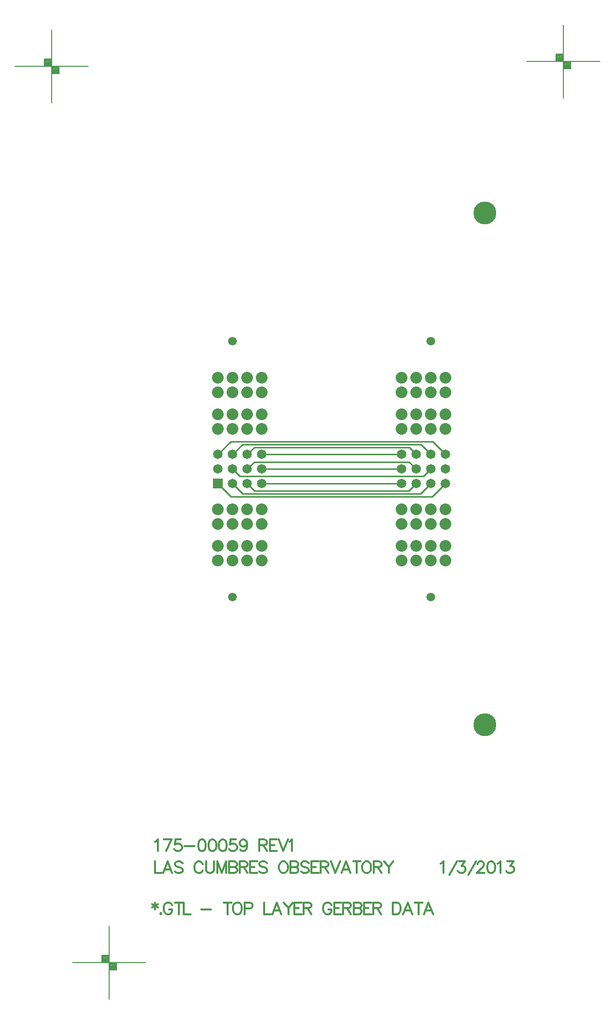
<source format=gtl>
%FSLAX23Y23*%
%MOIN*%
G70*
G01*
G75*
G04 Layer_Physical_Order=1*
G04 Layer_Color=255*
%ADD10C,0.010*%
%ADD11C,0.012*%
%ADD12C,0.008*%
%ADD13C,0.012*%
%ADD14C,0.012*%
%ADD15C,0.080*%
%ADD16C,0.065*%
%ADD17C,0.059*%
%ADD18R,0.065X0.065*%
%ADD19C,0.157*%
D10*
X17512Y9856D02*
X17599Y9769D01*
X16132Y9856D02*
X17512D01*
X16044Y9769D02*
X16132Y9856D01*
X17432Y9836D02*
X17499Y9769D01*
X16212Y9836D02*
X17432D01*
X16144Y9769D02*
X16212Y9836D01*
X17352Y9816D02*
X17399Y9769D01*
X16292Y9816D02*
X17352D01*
X16244Y9769D02*
X16292Y9816D01*
X16344Y9769D02*
X17299D01*
X17450Y9619D02*
X17499Y9669D01*
X16194Y9619D02*
X17450D01*
X16144Y9669D02*
X16194Y9619D01*
X17351Y9717D02*
X17399Y9669D01*
X16293Y9717D02*
X17351D01*
X16244Y9669D02*
X16293Y9717D01*
X16344Y9669D02*
X17299D01*
X17511Y9481D02*
X17599Y9569D01*
X16132Y9481D02*
X17511D01*
X16044Y9569D02*
X16132Y9481D01*
X17431Y9501D02*
X17499Y9569D01*
X16212Y9501D02*
X17431D01*
X16144Y9569D02*
X16212Y9501D01*
X17351Y9521D02*
X17399Y9569D01*
X16292Y9521D02*
X17351D01*
X16244Y9569D02*
X16292Y9521D01*
X16344Y9569D02*
X17299D01*
D11*
X15612Y6704D02*
Y6658D01*
X15593Y6693D02*
X15632Y6670D01*
Y6693D02*
X15593Y6670D01*
X15652Y6632D02*
X15648Y6628D01*
X15652Y6624D01*
X15656Y6628D01*
X15652Y6632D01*
X15730Y6685D02*
X15726Y6693D01*
X15719Y6700D01*
X15711Y6704D01*
X15696D01*
X15688Y6700D01*
X15681Y6693D01*
X15677Y6685D01*
X15673Y6674D01*
Y6655D01*
X15677Y6643D01*
X15681Y6636D01*
X15688Y6628D01*
X15696Y6624D01*
X15711D01*
X15719Y6628D01*
X15726Y6636D01*
X15730Y6643D01*
Y6655D01*
X15711D02*
X15730D01*
X15775Y6704D02*
Y6624D01*
X15748Y6704D02*
X15802D01*
X15811D02*
Y6624D01*
X15857D01*
X15929Y6658D02*
X15997D01*
X16110Y6704D02*
Y6624D01*
X16084Y6704D02*
X16137D01*
X16169D02*
X16162Y6700D01*
X16154Y6693D01*
X16150Y6685D01*
X16146Y6674D01*
Y6655D01*
X16150Y6643D01*
X16154Y6636D01*
X16162Y6628D01*
X16169Y6624D01*
X16185D01*
X16192Y6628D01*
X16200Y6636D01*
X16204Y6643D01*
X16207Y6655D01*
Y6674D01*
X16204Y6685D01*
X16200Y6693D01*
X16192Y6700D01*
X16185Y6704D01*
X16169D01*
X16226Y6662D02*
X16260D01*
X16272Y6666D01*
X16276Y6670D01*
X16279Y6678D01*
Y6689D01*
X16276Y6697D01*
X16272Y6700D01*
X16260Y6704D01*
X16226D01*
Y6624D01*
X16360Y6704D02*
Y6624D01*
X16406D01*
X16476D02*
X16445Y6704D01*
X16415Y6624D01*
X16426Y6651D02*
X16464D01*
X16494Y6704D02*
X16525Y6666D01*
Y6624D01*
X16555Y6704D02*
X16525Y6666D01*
X16615Y6704D02*
X16565D01*
Y6624D01*
X16615D01*
X16565Y6666D02*
X16596D01*
X16628Y6704D02*
Y6624D01*
Y6704D02*
X16663D01*
X16674Y6700D01*
X16678Y6697D01*
X16682Y6689D01*
Y6681D01*
X16678Y6674D01*
X16674Y6670D01*
X16663Y6666D01*
X16628D01*
X16655D02*
X16682Y6624D01*
X16819Y6685D02*
X16816Y6693D01*
X16808Y6700D01*
X16800Y6704D01*
X16785D01*
X16778Y6700D01*
X16770Y6693D01*
X16766Y6685D01*
X16762Y6674D01*
Y6655D01*
X16766Y6643D01*
X16770Y6636D01*
X16778Y6628D01*
X16785Y6624D01*
X16800D01*
X16808Y6628D01*
X16816Y6636D01*
X16819Y6643D01*
Y6655D01*
X16800D02*
X16819D01*
X16887Y6704D02*
X16838D01*
Y6624D01*
X16887D01*
X16838Y6666D02*
X16868D01*
X16901Y6704D02*
Y6624D01*
Y6704D02*
X16935D01*
X16946Y6700D01*
X16950Y6697D01*
X16954Y6689D01*
Y6681D01*
X16950Y6674D01*
X16946Y6670D01*
X16935Y6666D01*
X16901D01*
X16927D02*
X16954Y6624D01*
X16972Y6704D02*
Y6624D01*
Y6704D02*
X17006D01*
X17018Y6700D01*
X17021Y6697D01*
X17025Y6689D01*
Y6681D01*
X17021Y6674D01*
X17018Y6670D01*
X17006Y6666D01*
X16972D02*
X17006D01*
X17018Y6662D01*
X17021Y6658D01*
X17025Y6651D01*
Y6639D01*
X17021Y6632D01*
X17018Y6628D01*
X17006Y6624D01*
X16972D01*
X17093Y6704D02*
X17043D01*
Y6624D01*
X17093D01*
X17043Y6666D02*
X17073D01*
X17106Y6704D02*
Y6624D01*
Y6704D02*
X17140D01*
X17152Y6700D01*
X17155Y6697D01*
X17159Y6689D01*
Y6681D01*
X17155Y6674D01*
X17152Y6670D01*
X17140Y6666D01*
X17106D01*
X17133D02*
X17159Y6624D01*
X17240Y6704D02*
Y6624D01*
Y6704D02*
X17267D01*
X17278Y6700D01*
X17286Y6693D01*
X17289Y6685D01*
X17293Y6674D01*
Y6655D01*
X17289Y6643D01*
X17286Y6636D01*
X17278Y6628D01*
X17267Y6624D01*
X17240D01*
X17372D02*
X17342Y6704D01*
X17311Y6624D01*
X17323Y6651D02*
X17361D01*
X17417Y6704D02*
Y6624D01*
X17391Y6704D02*
X17444D01*
X17515Y6624D02*
X17484Y6704D01*
X17454Y6624D01*
X17465Y6651D02*
X17503D01*
D12*
X15050Y6294D02*
X15550D01*
X15300Y6044D02*
Y6544D01*
X15250Y6294D02*
Y6344D01*
X15300D01*
X15350Y6244D02*
Y6294D01*
X15300Y6244D02*
X15350D01*
X15305Y6289D02*
X15345D01*
Y6249D02*
Y6289D01*
X15305Y6249D02*
X15345D01*
X15305D02*
Y6289D01*
X15310Y6284D02*
X15340D01*
Y6254D02*
Y6284D01*
X15310Y6254D02*
X15340D01*
X15310D02*
Y6279D01*
X15315D02*
X15335D01*
Y6259D02*
Y6279D01*
X15315Y6259D02*
X15335D01*
X15315D02*
Y6274D01*
X15320D02*
X15330D01*
Y6264D02*
Y6274D01*
X15320Y6264D02*
X15330D01*
X15320D02*
Y6274D01*
Y6269D02*
X15330D01*
X15255Y6339D02*
X15295D01*
Y6299D02*
Y6339D01*
X15255Y6299D02*
X15295D01*
X15255D02*
Y6339D01*
X15260Y6334D02*
X15290D01*
Y6304D02*
Y6334D01*
X15260Y6304D02*
X15290D01*
X15260D02*
Y6329D01*
X15265D02*
X15285D01*
Y6309D02*
Y6329D01*
X15265Y6309D02*
X15285D01*
X15265D02*
Y6324D01*
X15270D02*
X15280D01*
Y6314D02*
Y6324D01*
X15270Y6314D02*
X15280D01*
X15270D02*
Y6324D01*
Y6319D02*
X15280D01*
X14657Y12424D02*
X15157D01*
X14907Y12174D02*
Y12674D01*
X14857Y12424D02*
Y12474D01*
X14907D01*
X14957Y12374D02*
Y12424D01*
X14907Y12374D02*
X14957D01*
X14912Y12419D02*
X14952D01*
Y12379D02*
Y12419D01*
X14912Y12379D02*
X14952D01*
X14912D02*
Y12419D01*
X14917Y12414D02*
X14947D01*
Y12384D02*
Y12414D01*
X14917Y12384D02*
X14947D01*
X14917D02*
Y12409D01*
X14922D02*
X14942D01*
Y12389D02*
Y12409D01*
X14922Y12389D02*
X14942D01*
X14922D02*
Y12404D01*
X14927D02*
X14937D01*
Y12394D02*
Y12404D01*
X14927Y12394D02*
X14937D01*
X14927D02*
Y12404D01*
Y12399D02*
X14937D01*
X14862Y12469D02*
X14902D01*
Y12429D02*
Y12469D01*
X14862Y12429D02*
X14902D01*
X14862D02*
Y12469D01*
X14867Y12464D02*
X14897D01*
Y12434D02*
Y12464D01*
X14867Y12434D02*
X14897D01*
X14867D02*
Y12459D01*
X14872D02*
X14892D01*
Y12439D02*
Y12459D01*
X14872Y12439D02*
X14892D01*
X14872D02*
Y12454D01*
X14877D02*
X14887D01*
Y12444D02*
Y12454D01*
X14877Y12444D02*
X14887D01*
X14877D02*
Y12454D01*
Y12449D02*
X14887D01*
X18157Y12458D02*
X18657D01*
X18407Y12208D02*
Y12708D01*
X18357Y12458D02*
Y12508D01*
X18407D01*
X18457Y12408D02*
Y12458D01*
X18407Y12408D02*
X18457D01*
X18412Y12453D02*
X18452D01*
Y12413D02*
Y12453D01*
X18412Y12413D02*
X18452D01*
X18412D02*
Y12453D01*
X18417Y12448D02*
X18447D01*
Y12418D02*
Y12448D01*
X18417Y12418D02*
X18447D01*
X18417D02*
Y12443D01*
X18422D02*
X18442D01*
Y12423D02*
Y12443D01*
X18422Y12423D02*
X18442D01*
X18422D02*
Y12438D01*
X18427D02*
X18437D01*
Y12428D02*
Y12438D01*
X18427Y12428D02*
X18437D01*
X18427D02*
Y12438D01*
Y12433D02*
X18437D01*
X18362Y12503D02*
X18402D01*
Y12463D02*
Y12503D01*
X18362Y12463D02*
X18402D01*
X18362D02*
Y12503D01*
X18367Y12498D02*
X18397D01*
Y12468D02*
Y12498D01*
X18367Y12468D02*
X18397D01*
X18367D02*
Y12493D01*
X18372D02*
X18392D01*
Y12473D02*
Y12493D01*
X18372Y12473D02*
X18392D01*
X18372D02*
Y12488D01*
X18377D02*
X18387D01*
Y12478D02*
Y12488D01*
X18377Y12478D02*
X18387D01*
X18377D02*
Y12488D01*
Y12483D02*
X18387D01*
D13*
X15614Y7120D02*
X15622Y7123D01*
X15634Y7135D01*
Y7055D01*
X15726Y7135D02*
X15688Y7055D01*
X15673Y7135D02*
X15726D01*
X15790D02*
X15752D01*
X15748Y7101D01*
X15752Y7104D01*
X15763Y7108D01*
X15775D01*
X15786Y7104D01*
X15794Y7097D01*
X15798Y7085D01*
Y7078D01*
X15794Y7066D01*
X15786Y7059D01*
X15775Y7055D01*
X15763D01*
X15752Y7059D01*
X15748Y7062D01*
X15744Y7070D01*
X15816Y7089D02*
X15884D01*
X15931Y7135D02*
X15919Y7131D01*
X15912Y7120D01*
X15908Y7101D01*
Y7089D01*
X15912Y7070D01*
X15919Y7059D01*
X15931Y7055D01*
X15938D01*
X15950Y7059D01*
X15957Y7070D01*
X15961Y7089D01*
Y7101D01*
X15957Y7120D01*
X15950Y7131D01*
X15938Y7135D01*
X15931D01*
X16002D02*
X15990Y7131D01*
X15983Y7120D01*
X15979Y7101D01*
Y7089D01*
X15983Y7070D01*
X15990Y7059D01*
X16002Y7055D01*
X16009D01*
X16021Y7059D01*
X16028Y7070D01*
X16032Y7089D01*
Y7101D01*
X16028Y7120D01*
X16021Y7131D01*
X16009Y7135D01*
X16002D01*
X16073D02*
X16062Y7131D01*
X16054Y7120D01*
X16050Y7101D01*
Y7089D01*
X16054Y7070D01*
X16062Y7059D01*
X16073Y7055D01*
X16081D01*
X16092Y7059D01*
X16100Y7070D01*
X16103Y7089D01*
Y7101D01*
X16100Y7120D01*
X16092Y7131D01*
X16081Y7135D01*
X16073D01*
X16167D02*
X16129D01*
X16125Y7101D01*
X16129Y7104D01*
X16140Y7108D01*
X16152D01*
X16163Y7104D01*
X16171Y7097D01*
X16175Y7085D01*
Y7078D01*
X16171Y7066D01*
X16163Y7059D01*
X16152Y7055D01*
X16140D01*
X16129Y7059D01*
X16125Y7062D01*
X16121Y7070D01*
X16242Y7108D02*
X16238Y7097D01*
X16231Y7089D01*
X16219Y7085D01*
X16215D01*
X16204Y7089D01*
X16196Y7097D01*
X16193Y7108D01*
Y7112D01*
X16196Y7123D01*
X16204Y7131D01*
X16215Y7135D01*
X16219D01*
X16231Y7131D01*
X16238Y7123D01*
X16242Y7108D01*
Y7089D01*
X16238Y7070D01*
X16231Y7059D01*
X16219Y7055D01*
X16212D01*
X16200Y7059D01*
X16196Y7066D01*
X16327Y7135D02*
Y7055D01*
Y7135D02*
X16361D01*
X16372Y7131D01*
X16376Y7127D01*
X16380Y7120D01*
Y7112D01*
X16376Y7104D01*
X16372Y7101D01*
X16361Y7097D01*
X16327D01*
X16353D02*
X16380Y7055D01*
X16447Y7135D02*
X16398D01*
Y7055D01*
X16447D01*
X16398Y7097D02*
X16428D01*
X16461Y7135D02*
X16491Y7055D01*
X16522Y7135D02*
X16491Y7055D01*
X16532Y7120D02*
X16540Y7123D01*
X16551Y7135D01*
Y7055D01*
D14*
X15614Y6985D02*
Y6905D01*
X15660D01*
X15730D02*
X15699Y6985D01*
X15669Y6905D01*
X15680Y6931D02*
X15718D01*
X15802Y6973D02*
X15794Y6981D01*
X15783Y6985D01*
X15768D01*
X15756Y6981D01*
X15749Y6973D01*
Y6966D01*
X15752Y6958D01*
X15756Y6954D01*
X15764Y6950D01*
X15787Y6943D01*
X15794Y6939D01*
X15798Y6935D01*
X15802Y6928D01*
Y6916D01*
X15794Y6909D01*
X15783Y6905D01*
X15768D01*
X15756Y6909D01*
X15749Y6916D01*
X15940Y6966D02*
X15936Y6973D01*
X15928Y6981D01*
X15921Y6985D01*
X15905D01*
X15898Y6981D01*
X15890Y6973D01*
X15886Y6966D01*
X15883Y6954D01*
Y6935D01*
X15886Y6924D01*
X15890Y6916D01*
X15898Y6909D01*
X15905Y6905D01*
X15921D01*
X15928Y6909D01*
X15936Y6916D01*
X15940Y6924D01*
X15962Y6985D02*
Y6928D01*
X15966Y6916D01*
X15974Y6909D01*
X15985Y6905D01*
X15993D01*
X16004Y6909D01*
X16012Y6916D01*
X16016Y6928D01*
Y6985D01*
X16038D02*
Y6905D01*
Y6985D02*
X16068Y6905D01*
X16099Y6985D02*
X16068Y6905D01*
X16099Y6985D02*
Y6905D01*
X16121Y6985D02*
Y6905D01*
Y6985D02*
X16156D01*
X16167Y6981D01*
X16171Y6977D01*
X16175Y6970D01*
Y6962D01*
X16171Y6954D01*
X16167Y6950D01*
X16156Y6947D01*
X16121D02*
X16156D01*
X16167Y6943D01*
X16171Y6939D01*
X16175Y6931D01*
Y6920D01*
X16171Y6912D01*
X16167Y6909D01*
X16156Y6905D01*
X16121D01*
X16193Y6985D02*
Y6905D01*
Y6985D02*
X16227D01*
X16238Y6981D01*
X16242Y6977D01*
X16246Y6970D01*
Y6962D01*
X16242Y6954D01*
X16238Y6950D01*
X16227Y6947D01*
X16193D01*
X16219D02*
X16246Y6905D01*
X16313Y6985D02*
X16264D01*
Y6905D01*
X16313D01*
X16264Y6947D02*
X16294D01*
X16380Y6973D02*
X16372Y6981D01*
X16361Y6985D01*
X16346D01*
X16334Y6981D01*
X16327Y6973D01*
Y6966D01*
X16330Y6958D01*
X16334Y6954D01*
X16342Y6950D01*
X16365Y6943D01*
X16372Y6939D01*
X16376Y6935D01*
X16380Y6928D01*
Y6916D01*
X16372Y6909D01*
X16361Y6905D01*
X16346D01*
X16334Y6909D01*
X16327Y6916D01*
X16484Y6985D02*
X16476Y6981D01*
X16468Y6973D01*
X16465Y6966D01*
X16461Y6954D01*
Y6935D01*
X16465Y6924D01*
X16468Y6916D01*
X16476Y6909D01*
X16484Y6905D01*
X16499D01*
X16506Y6909D01*
X16514Y6916D01*
X16518Y6924D01*
X16522Y6935D01*
Y6954D01*
X16518Y6966D01*
X16514Y6973D01*
X16506Y6981D01*
X16499Y6985D01*
X16484D01*
X16540D02*
Y6905D01*
Y6985D02*
X16575D01*
X16586Y6981D01*
X16590Y6977D01*
X16594Y6970D01*
Y6962D01*
X16590Y6954D01*
X16586Y6950D01*
X16575Y6947D01*
X16540D02*
X16575D01*
X16586Y6943D01*
X16590Y6939D01*
X16594Y6931D01*
Y6920D01*
X16590Y6912D01*
X16586Y6909D01*
X16575Y6905D01*
X16540D01*
X16665Y6973D02*
X16657Y6981D01*
X16646Y6985D01*
X16631D01*
X16619Y6981D01*
X16612Y6973D01*
Y6966D01*
X16615Y6958D01*
X16619Y6954D01*
X16627Y6950D01*
X16650Y6943D01*
X16657Y6939D01*
X16661Y6935D01*
X16665Y6928D01*
Y6916D01*
X16657Y6909D01*
X16646Y6905D01*
X16631D01*
X16619Y6909D01*
X16612Y6916D01*
X16732Y6985D02*
X16683D01*
Y6905D01*
X16732D01*
X16683Y6947D02*
X16713D01*
X16746Y6985D02*
Y6905D01*
Y6985D02*
X16780D01*
X16791Y6981D01*
X16795Y6977D01*
X16799Y6970D01*
Y6962D01*
X16795Y6954D01*
X16791Y6950D01*
X16780Y6947D01*
X16746D01*
X16772D02*
X16799Y6905D01*
X16817Y6985D02*
X16847Y6905D01*
X16878Y6985D02*
X16847Y6905D01*
X16949D02*
X16919Y6985D01*
X16888Y6905D01*
X16900Y6931D02*
X16938D01*
X16994Y6985D02*
Y6905D01*
X16968Y6985D02*
X17021D01*
X17053D02*
X17046Y6981D01*
X17038Y6973D01*
X17034Y6966D01*
X17031Y6954D01*
Y6935D01*
X17034Y6924D01*
X17038Y6916D01*
X17046Y6909D01*
X17053Y6905D01*
X17069D01*
X17076Y6909D01*
X17084Y6916D01*
X17088Y6924D01*
X17091Y6935D01*
Y6954D01*
X17088Y6966D01*
X17084Y6973D01*
X17076Y6981D01*
X17069Y6985D01*
X17053D01*
X17110D02*
Y6905D01*
Y6985D02*
X17144D01*
X17156Y6981D01*
X17160Y6977D01*
X17163Y6970D01*
Y6962D01*
X17160Y6954D01*
X17156Y6950D01*
X17144Y6947D01*
X17110D01*
X17137D02*
X17163Y6905D01*
X17181Y6985D02*
X17212Y6947D01*
Y6905D01*
X17242Y6985D02*
X17212Y6947D01*
X17567Y6970D02*
X17574Y6973D01*
X17586Y6985D01*
Y6905D01*
X17625Y6893D02*
X17679Y6985D01*
X17692D02*
X17734D01*
X17711Y6954D01*
X17722D01*
X17730Y6950D01*
X17734Y6947D01*
X17737Y6935D01*
Y6928D01*
X17734Y6916D01*
X17726Y6909D01*
X17715Y6905D01*
X17703D01*
X17692Y6909D01*
X17688Y6912D01*
X17684Y6920D01*
X17755Y6893D02*
X17809Y6985D01*
X17818Y6966D02*
Y6970D01*
X17822Y6977D01*
X17825Y6981D01*
X17833Y6985D01*
X17848D01*
X17856Y6981D01*
X17860Y6977D01*
X17863Y6970D01*
Y6962D01*
X17860Y6954D01*
X17852Y6943D01*
X17814Y6905D01*
X17867D01*
X17908Y6985D02*
X17897Y6981D01*
X17889Y6970D01*
X17885Y6950D01*
Y6939D01*
X17889Y6920D01*
X17897Y6909D01*
X17908Y6905D01*
X17916D01*
X17927Y6909D01*
X17935Y6920D01*
X17939Y6939D01*
Y6950D01*
X17935Y6970D01*
X17927Y6981D01*
X17916Y6985D01*
X17908D01*
X17956Y6970D02*
X17964Y6973D01*
X17975Y6985D01*
Y6905D01*
X18023Y6985D02*
X18065D01*
X18042Y6954D01*
X18053D01*
X18061Y6950D01*
X18065Y6947D01*
X18068Y6935D01*
Y6928D01*
X18065Y6916D01*
X18057Y6909D01*
X18046Y6905D01*
X18034D01*
X18023Y6909D01*
X18019Y6912D01*
X18015Y6920D01*
D15*
X17599Y9394D02*
D03*
X17499D02*
D03*
X17399D02*
D03*
X17299D02*
D03*
Y9294D02*
D03*
X17399D02*
D03*
X17499D02*
D03*
X17599D02*
D03*
X17299Y9144D02*
D03*
X17399D02*
D03*
X17499D02*
D03*
X17599D02*
D03*
X17299Y9044D02*
D03*
X17399D02*
D03*
X17499D02*
D03*
X17599D02*
D03*
Y9944D02*
D03*
X17499D02*
D03*
X17399D02*
D03*
X17299D02*
D03*
X17599Y10044D02*
D03*
X17499D02*
D03*
X17399D02*
D03*
X17299D02*
D03*
X17599Y10194D02*
D03*
X17499D02*
D03*
X17399D02*
D03*
X17299D02*
D03*
Y10294D02*
D03*
X17399D02*
D03*
X17499D02*
D03*
X17599D02*
D03*
X16044D02*
D03*
X16144D02*
D03*
X16244D02*
D03*
X16344D02*
D03*
Y10194D02*
D03*
X16244D02*
D03*
X16144D02*
D03*
X16044D02*
D03*
X16344Y10044D02*
D03*
X16244D02*
D03*
X16144D02*
D03*
X16044D02*
D03*
X16344Y9944D02*
D03*
X16244D02*
D03*
X16144D02*
D03*
X16044D02*
D03*
Y9044D02*
D03*
X16144D02*
D03*
X16244D02*
D03*
X16344D02*
D03*
X16044Y9144D02*
D03*
X16144D02*
D03*
X16244D02*
D03*
X16344D02*
D03*
X16044Y9294D02*
D03*
X16144D02*
D03*
X16244D02*
D03*
X16344D02*
D03*
Y9394D02*
D03*
X16244D02*
D03*
X16144D02*
D03*
X16044D02*
D03*
D16*
X17299Y9769D02*
D03*
X17399D02*
D03*
X17499D02*
D03*
X17599D02*
D03*
X17299Y9669D02*
D03*
X17399D02*
D03*
X17499D02*
D03*
X17599D02*
D03*
X17299Y9569D02*
D03*
X17399D02*
D03*
X17499D02*
D03*
X17599D02*
D03*
X16144D02*
D03*
X16244D02*
D03*
X16344D02*
D03*
X16044Y9669D02*
D03*
X16144D02*
D03*
X16244D02*
D03*
X16344D02*
D03*
X16044Y9769D02*
D03*
X16144D02*
D03*
X16244D02*
D03*
X16344D02*
D03*
D17*
X17499Y10544D02*
D03*
Y8794D02*
D03*
X16144D02*
D03*
Y10544D02*
D03*
D18*
X16044Y9569D02*
D03*
D19*
X17870Y7919D02*
D03*
Y11419D02*
D03*
M02*

</source>
